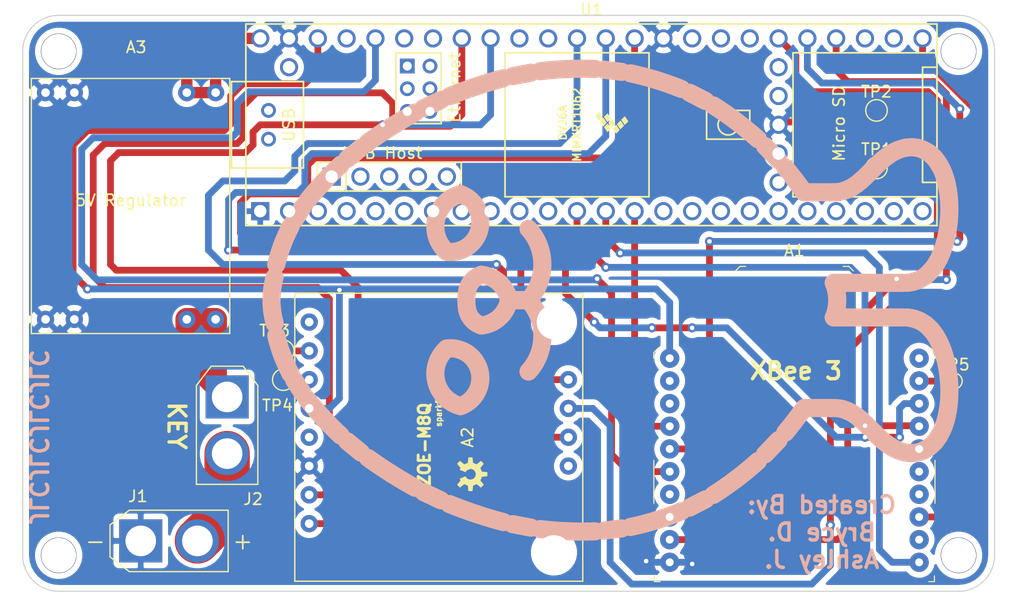
<source format=kicad_pcb>
(kicad_pcb (version 20211014) (generator pcbnew)
  (layers (0 "F.Cu" signal) (31 "B.Cu" signal) (34 "B.Paste" user) (35 "F.Paste" user) (36 "B.SilkS" user "B.Silkscreen") (37 "F.SilkS" user "F.Silkscreen") (38 "B.Mask" user) (39 "F.Mask" user) (44 "Edge.Cuts" user))
  (net 0 "")
  (net 1 "Net-(A1-Pad19)")
  (net 2 "Net-(A1-Pad18)")
  (net 3 "Net-(A1-Pad17)")
  (net 4 "GND")
  (net 5 "Net-(A1-Pad9)")
  (net 6 "Net-(A1-Pad6)")
  (net 7 "Net-(A1-Pad5)")
  (net 8 "Net-(A1-Pad4)")
  (net 9 "Net-(A1-Pad1)")
  (net 10 "Net-(A3-Pad2)")
  (net 11 "+5V")
  (net 12 "Net-(J1-Pad2)")
  (net 13 "Net-(TP1-Pad1)")
  (net 14 "Net-(A1-Pad13)")
  (net 15 "Net-(A2-Pad2)")
  (net 16 "Net-(A2-Pad3)")
  (net 17 "Net-(A2-Pad10)")
  (net 18 "Net-(A2-Pad9)")
  (net 19 "Net-(A2-Pad11)")
  (net 20 "Net-(A2-Pad8)")
  (net 21 "Net-(A2-Pad7)")
  (net 22 "MOSI")
  (footprint "Connector_AMASS:AMASS_XT30U-M_1x02_P5.0mm_Vertical" (layer "F.Cu") (at 121.539 106.68)
    (fp_text reference "J1")
    (fp_text value "XT30-M")
  )
  (footprint "Connector_AMASS:AMASS_XT30U-M_1x02_P5.0mm_Vertical" (layer "F.Cu") (at 129.159 93.98 -90)
    (fp_text reference "J2")
    (fp_text value "XT30-M")
  )
  (footprint "GPS Board:Teensy41" (layer "F.Cu") (at 161.29 69.977)
    (fp_text reference "U1")
    (fp_text value "Teensy4.1")
  )
  (footprint "GPS Board:XBEE-20_THT" (layer "F.Cu") (at 179.197 99.568)
    (fp_text reference "A1")
    (fp_text value "XBee-3-Pro")
  )
  (footprint "GPS Board:EBOOT-MP1584EN-5N-POWER-SUPPLY" (layer "F.Cu") (at 112.141 88.138)
    (fp_text reference "A3")
    (fp_text value "Eboot-MP1584EN-5V-Power-Supply")
  )
  (footprint "TestPoint:TestPoint_Pad_D1.0mm" (layer "F.Cu") (at 193.294 92.583)
    (fp_text reference "TP5")
    (fp_text value "TestPoint")
  )
  (footprint "TestPoint:TestPoint_Pad_D1.5mm" (layer "F.Cu") (at 134.112 89.916)
    (fp_text reference "TP3")
    (fp_text value "TestPoint")
  )
  (footprint "TestPoint:TestPoint_Pad_D1.5mm" (layer "F.Cu") (at 134.112 92.456)
    (fp_text reference "TP4")
    (fp_text value "TestPoint")
  )
  (footprint "TestPoint:TestPoint_Pad_D1.5mm" (layer "F.Cu") (at 186.436 73.787)
    (fp_text reference "TP1")
    (fp_text value "TestPoint")
  )
  (footprint "TestPoint:TestPoint_Pad_D1.5mm" (layer "F.Cu") (at 186.436 68.707)
    (fp_text reference "TP2")
    (fp_text value "TestPoint")
  )
  (footprint "GPS Board:Sparkfun-GPS-ZOE-M8Q-Breakout" (layer "F.Cu") (at 147.828 97.536 -90)
    (fp_text reference "A2")
    (fp_text value "Sparkfun-GPS-Breakout")
  )
  (gr_curve (pts (xy 188.045631 72.331412) (xy 188.197722 72.262017) (xy 188.197722 72.262017) (xy 188.349813 72.192621)) (layer "B.SilkS") (width 1.6))
  (gr_curve (pts (xy 190.594399 72.193965) (xy 190.749142 72.265182) (xy 190.900616 72.350248) (xy 191.047973 72.449341)) (layer "B.SilkS") (width 1.6))
  (gr_curve (pts (xy 183.54352 75.803695) (xy 183.664529 75.764746) (xy 183.784351 75.719402) (xy 183.903044 75.667766)) (layer "B.SilkS") (width 1.6))
  (gr_curve (pts (xy 192.724929 75.688812) (xy 192.768581 75.946376) (xy 192.803527 76.210212) (xy 192.829772 76.47902)) (layer "B.SilkS") (width 1.6))
  (gr_curve (pts (xy 192.819278 78.406879) (xy 192.795576 78.681867) (xy 192.763954 78.954887) (xy 192.72463 79.224586)) (layer "B.SilkS") (width 1.6))
  (gr_curve (pts (xy 192.341892 74.251116) (xy 192.420023 74.476206) (xy 192.420023 74.476206) (xy 192.498154 74.701296)) (layer "B.SilkS") (width 1.6))
  (gr_curve (pts (xy 186.674815 73.333463) (xy 186.802079 73.219313) (xy 186.802079 73.219313) (xy 186.929342 73.105163)) (layer "B.SilkS") (width 1.6))
  (gr_curve (pts (xy 188.50479 72.131722) (xy 188.662358 72.080225) (xy 188.822016 72.038965) (xy 188.983137 72.008678)) (layer "B.SilkS") (width 1.6))
  (gr_curve (pts (xy 185.052612 74.913886) (xy 185.164965 74.816866) (xy 185.277053 74.715173) (xy 185.389133 74.609297)) (layer "B.SilkS") (width 1.6))
  (gr_curve (pts (xy 185.841436 74.160311) (xy 185.956229 74.043176) (xy 186.072453 73.924822) (xy 186.190478 73.806166)) (layer "B.SilkS") (width 1.6))
  (gr_curve (pts (xy 186.190478 73.806166) (xy 186.308502 73.68751) (xy 186.428326 73.568552) (xy 186.550317 73.450209)) (layer "B.SilkS") (width 1.6))
  (gr_curve (pts (xy 188.983137 72.008678) (xy 189.144257 71.978391) (xy 189.306839 71.959076) (xy 189.470252 71.951466)) (layer "B.SilkS") (width 1.6))
  (gr_curve (pts (xy 183.903044 75.667766) (xy 184.021737 75.616129) (xy 184.139301 75.558201) (xy 184.255796 75.494083)) (layer "B.SilkS") (width 1.6))
  (gr_curve (pts (xy 191.947566 73.45901) (xy 192.057779 73.639029) (xy 192.160521 73.831541) (xy 192.255327 74.035874)) (layer "B.SilkS") (width 1.6))
  (gr_curve (pts (xy 189.633734 71.956192) (xy 189.796473 71.973745) (xy 189.796473 71.973745) (xy 189.959212 71.991299)) (layer "B.SilkS") (width 1.6))
  (gr_curve (pts (xy 190.121206 72.021679) (xy 190.281643 72.065378) (xy 190.439656 72.122747) (xy 190.594399 72.193965)) (layer "B.SilkS") (width 1.6))
  (gr_curve (pts (xy 192.56785 74.936233) (xy 192.628918 75.179955) (xy 192.681276 75.431248) (xy 192.724929 75.688812)) (layer "B.SilkS") (width 1.6))
  (gr_curve (pts (xy 184.714507 75.190444) (xy 184.827642 75.103256) (xy 184.940259 75.010907) (xy 185.052612 74.913886)) (layer "B.SilkS") (width 1.6))
  (gr_curve (pts (xy 192.847403 76.751416) (xy 192.856561 77.026002) (xy 192.856561 77.026002) (xy 192.86572 77.300588)) (layer "B.SilkS") (width 1.6))
  (gr_curve (pts (xy 192.866406 77.577365) (xy 192.858761 77.854936) (xy 192.842979 78.131891) (xy 192.819278 78.406879)) (layer "B.SilkS") (width 1.6))
  (gr_curve (pts (xy 182.668214 75.927936) (xy 182.796618 75.927729) (xy 182.923782 75.921059) (xy 183.049705 75.907927)) (layer "B.SilkS") (width 1.6))
  (gr_curve (pts (xy 185.501531 74.499865) (xy 185.614607 74.387619) (xy 185.614607 74.387619) (xy 185.727682 74.275372)) (layer "B.SilkS") (width 1.6))
  (gr_curve (pts (xy 184.371314 75.423941) (xy 184.485991 75.348031) (xy 184.485991 75.348031) (xy 184.600669 75.272121)) (layer "B.SilkS") (width 1.6))
  (gr_curve (pts (xy 180.065223 75.927936) (xy 179.520012 75.172088) (xy 178.960726 74.44844) (xy 178.387364 73.756992)) (layer "B.SilkS") (width 1.6))
  (gr_curve (pts (xy 191.190388 72.562466) (xy 191.327138 72.689407) (xy 191.327138 72.689407) (xy 191.463887 72.816349)) (layer "B.SilkS") (width 1.6))
  (gr_curve (pts (xy 191.594971 72.957106) (xy 191.719666 73.111466) (xy 191.837352 73.278991) (xy 191.947566 73.45901)) (layer "B.SilkS") (width 1.6))
  (gr_line (start 180.065223 75.927936) (end 182.668214 75.927936) (layer "B.SilkS") (width 1.6))
  (gr_curve (pts (xy 183.174387 75.888323) (xy 183.297841 75.862265) (xy 183.297841 75.862265) (xy 183.421294 75.836207)) (layer "B.SilkS") (width 1.6))
  (gr_curve (pts (xy 187.059371 72.99361) (xy 187.192424 72.885654) (xy 187.328679 72.782319) (xy 187.468175 72.684602)) (layer "B.SilkS") (width 1.6))
  (gr_curve (pts (xy 187.468175 72.684602) (xy 187.607671 72.586885) (xy 187.750409 72.494786) (xy 187.896428 72.409304)) (layer "B.SilkS") (width 1.6))
  (gr_curve (pts (xy 134.754933 91.941341) (xy 134.466248 91.380974) (xy 134.216034 90.820294) (xy 134.005162 90.26009)) (layer "B.SilkS") (width 1.6))
  (gr_curve (pts (xy 137.592767 75.092308) (xy 137.097728 75.628746) (xy 136.633413 76.172447) (xy 136.201675 76.721774)) (layer "B.SilkS") (width 1.6))
  (gr_curve (pts (xy 186.674815 97.554353) (xy 186.802079 97.668503) (xy 186.802079 97.668503) (xy 186.929342 97.782653)) (layer "B.SilkS") (width 1.6))
  (gr_curve (pts (xy 192.866406 93.310451) (xy 192.858761 93.03288) (xy 192.842979 92.755925) (xy 192.819278 92.480937)) (layer "B.SilkS") (width 1.6))
  (gr_curve (pts (xy 192.724929 95.199004) (xy 192.768581 94.94144) (xy 192.803527 94.677604) (xy 192.829772 94.408796)) (layer "B.SilkS") (width 1.6))
  (gr_curve (pts (xy 192.283823 89.911148) (xy 192.202269 89.681401) (xy 192.11415 89.460482) (xy 192.019662 89.249235)) (layer "B.SilkS") (width 1.6))
  (gr_curve (pts (xy 192.50859 80.261779) (xy 192.440364 80.508343) (xy 192.365376 80.74692) (xy 192.283823 80.976668)) (layer "B.SilkS") (width 1.6))
  (gr_curve (pts (xy 191.918967 81.839508) (xy 191.812204 82.029611) (xy 191.812204 82.029611) (xy 191.70544 82.219714)) (layer "B.SilkS") (width 1.6))
  (gr_curve (pts (xy 191.218938 88.020293) (xy 191.088619 87.875976) (xy 190.952567 87.743604) (xy 190.81087 87.623434)) (layer "B.SilkS") (width 1.6))
  (gr_curve (pts (xy 155.959773 105.511914) (xy 155.150163 105.357013) (xy 155.150163 105.357013) (xy 154.340554 105.202112)) (layer "B.SilkS") (width 1.6))
  (gr_curve (pts (xy 151.132476 104.302851) (xy 150.338587 104.038305) (xy 149.551357 103.748065) (xy 148.772666 103.433349)) (layer "B.SilkS") (width 1.6))
  (gr_curve (pts (xy 184.714507 95.697372) (xy 184.827642 95.78456) (xy 184.940259 95.876909) (xy 185.052612 95.97393)) (layer "B.SilkS") (width 1.6))
  (gr_curve (pts (xy 175.98252 99.637967) (xy 175.353769 100.199854) (xy 174.711559 100.729066) (xy 174.056215 101.225431)) (layer "B.SilkS") (width 1.6))
  (gr_curve (pts (xy 187.059371 97.894206) (xy 187.192424 98.002162) (xy 187.328679 98.105497) (xy 187.468175 98.203214)) (layer "B.SilkS") (width 1.6))
  (gr_curve (pts (xy 185.052612 95.97393) (xy 185.164965 96.07095) (xy 185.277053 96.172643) (xy 185.389133 96.278519)) (layer "B.SilkS") (width 1.6))
  (gr_curve (pts (xy 184.371314 95.463875) (xy 184.485991 95.539785) (xy 184.485991 95.539785) (xy 184.600669 95.615695)) (layer "B.SilkS") (width 1.6))
  (gr_curve (pts (xy 145.749968 68.892973) (xy 145.02133 69.294708) (xy 144.309274 69.715315) (xy 143.61587 70.153216)) (layer "B.SilkS") (width 1.6))
  (gr_curve (pts (xy 190.594399 98.693851) (xy 190.749142 98.622634) (xy 190.900616 98.537568) (xy 191.047973 98.438475)) (layer "B.SilkS") (width 1.6))
  (gr_arc (start 155.744215 85.443908) (mid 156.964519 88.593508) (end 155.744215 91.743108) (layer "B.SilkS") (width 1.6))
  (gr_curve (pts (xy 169.228924 66.816204) (xy 168.500176 66.519076) (xy 167.760731 66.255522) (xy 167.011363 66.02553)) (layer "B.SilkS") (width 1.6))
  (gr_curve (pts (xy 192.677846 79.489668) (xy 192.623836 79.748967) (xy 192.623836 79.748967) (xy 192.569826 80.008265)) (layer "B.SilkS") (width 1.6))
  (gr_line (start 155.744215 85.443908) (end 154.017015 85.443908) (layer "B.SilkS") (width 1.6))
  (gr_curve (pts (xy 182.668214 94.95988) (xy 182.796618 94.960087) (xy 182.923782 94.966757) (xy 183.049705 94.979889)) (layer "B.SilkS") (width 1.6))
  (gr_curve (pts (xy 183.174387 94.999493) (xy 183.297841 95.025551) (xy 183.297841 95.025551) (xy 183.421294 95.051609)) (layer "B.SilkS") (width 1.6))
  (gr_curve (pts (xy 177.8 73.097816) (xy 177.198789 72.47103) (xy 177.198789 72.47103) (xy 176.597578 71.844244)) (layer "B.SilkS") (width 1.6))
  (gr_curve (pts (xy 174.056215 101.225431) (xy 173.400871 101.721796) (xy 172.732393 102.185314) (xy 172.051106 102.615811)) (layer "B.SilkS") (width 1.6))
  (gr_arc (start 150.321049 84.683998) (mid 150.74179 83.769013) (end 151.578616 83.208708) (layer "B.SilkS") (width 1.6))
  (gr_curve (pts (xy 191.592608 82.398993) (xy 191.473843 82.566944) (xy 191.349257 82.723206) (xy 191.218938 82.867523)) (layer "B.SilkS") (width 1.6))
  (gr_curve (pts (xy 134.005162 80.627726) (xy 133.79429 81.18793) (xy 133.622761 81.747659) (xy 133.491446 82.306125)) (layer "B.SilkS") (width 1.6))
  (gr_curve (pts (xy 191.947566 97.428806) (xy 192.057779 97.248787) (xy 192.160521 97.056275) (xy 192.255327 96.851942)) (layer "B.SilkS") (width 1.6))
  (gr_curve (pts (xy 140.962473 98.885633) (xy 140.356103 98.388335) (xy 140.356103 98.388335) (xy 139.749734 97.891036)) (layer "B.SilkS") (width 1.6))
  (gr_curve (pts (xy 180.065223 94.95988) (xy 179.520012 95.715728) (xy 178.960726 96.439376) (xy 178.387364 97.130824)) (layer "B.SilkS") (width 1.6))
  (gr_curve (pts (xy 140.962473 72.002183) (xy 140.356103 72.499481) (xy 140.356103 72.499481) (xy 139.749734 72.99678)) (layer "B.SilkS") (width 1.6))
  (gr_curve (pts (xy 174.056215 69.662385) (xy 173.400871 69.16602) (xy 172.732393 68.702502) (xy 172.051106 68.272005)) (layer "B.SilkS") (width 1.6))
  (gr_curve (pts (xy 161.598995 65.050891) (xy 160.80197 65.020464) (xy 160.000153 65.022309) (xy 159.194961 65.055729)) (layer "B.SilkS") (width 1.6))
  (gr_curve (pts (xy 151.132476 66.584965) (xy 150.338587 66.849511) (xy 149.551357 67.139751) (xy 148.772666 67.454467)) (layer "B.SilkS") (width 1.6))
  (gr_curve (pts (xy 191.594971 97.93071) (xy 191.719666 97.77635) (xy 191.837352 97.608825) (xy 191.947566 97.428806)) (layer "B.SilkS") (width 1.6))
  (gr_arc (start 149.749815 94.791108) (mid 147.606735 92.619142) (end 148.530616 89.711106) (layer "B.SilkS") (width 1.6))
  (gr_curve (pts (xy 143.61587 70.153216) (xy 142.922467 70.591117) (xy 142.247716 71.046313) (xy 141.59369 71.517225)) (layer "B.SilkS") (width 1.6))
  (gr_curve (pts (xy 159.194961 65.055729) (xy 158.389769 65.089149) (xy 157.581203 65.154145) (xy 156.77068 65.250019)) (layer "B.SilkS") (width 1.6))
  (gr_arc (start 182.668214 83.919909) (mid 182.973014 85.443909) (end 182.668213 86.967909) (layer "B.SilkS") (width 1.6))
  (gr_arc (start 154.017015 85.443908) (mid 153.170852 86.968458) (end 151.578615 87.679108) (layer "B.SilkS") (width 1.6))
  (gr_curve (pts (xy 192.847403 94.1364) (xy 192.856561 93.861814) (xy 192.856561 93.861814) (xy 192.86572 93.587228)) (layer "B.SilkS") (width 1.6))
  (gr_curve (pts (xy 163.957598 65.306778) (xy 163.173779 65.210445) (xy 163.173779 65.210445) (xy 162.38996 65.114111)) (layer "B.SilkS") (width 1.6))
  (gr_curve (pts (xy 145.749968 101.994843) (xy 145.02133 101.593108) (xy 144.309274 101.172501) (xy 143.61587 100.7346)) (layer "B.SilkS") (width 1.6))
  (gr_curve (pts (xy 137.592767 95.795508) (xy 137.097728 95.25907) (xy 136.633413 94.715369) (xy 136.201675 94.166042)) (layer "B.SilkS") (width 1.6))
  (gr_curve (pts (xy 190.121206 98.866137) (xy 190.281643 98.822438) (xy 190.439656 98.765069) (xy 190.594399 98.693851)) (layer "B.SilkS") (width 1.6))
  (gr_curve (pts (xy 171.357426 103.013103) (xy 170.65188 103.377053) (xy 170.65188 103.377053) (xy 169.946335 103.741004)) (layer "B.SilkS") (width 1.6))
  (gr_arc (start 133.350985 87.469916) (mid 133.072863 85.443908) (end 133.350985 83.417899) (layer "B.SilkS") (width 1.6))
  (gr_curve (pts (xy 153.532243 65.869622) (xy 152.726915 66.081565) (xy 151.926366 66.320418) (xy 151.132476 66.584965)) (layer "B.SilkS") (width 1.6))
  (gr_curve (pts (xy 191.190388 98.32535) (xy 191.327138 98.198409) (xy 191.327138 98.198409) (xy 191.463887 98.071467)) (layer "B.SilkS") (width 1.6))
  (gr_curve (pts (xy 185.501531 96.387951) (xy 185.614607 96.500197) (xy 185.614607 96.500197) (xy 185.727682 96.612444)) (layer "B.SilkS") (width 1.6))
  (gr_curve (pts (xy 177.8 97.79) (xy 177.198789 98.416786) (xy 177.198789 98.416786) (xy 176.597578 99.043572)) (layer "B.SilkS") (width 1.6))
  (gr_arc (start 149.749815 76.096708) (mid 151.420421 79.183957) (end 148.530616 81.176709) (layer "B.SilkS") (width 1.6))
  (gr_curve (pts (xy 192.50859 90.626037) (xy 192.440364 90.379473) (xy 192.365376 90.140896) (xy 192.283823 89.911148)) (layer "B.SilkS") (width 1.6))
  (gr_curve (pts (xy 190.663594 83.372197) (xy 190.510788 83.467568) (xy 190.510788 83.467568) (xy 190.357982 83.562939)) (layer "B.SilkS") (width 1.6))
  (gr_curve (pts (xy 167.011363 66.02553) (xy 166.261996 65.795537) (xy 165.502706 65.599106) (xy 164.73427 65.436226)) (layer "B.SilkS") (width 1.6))
  (gr_curve (pts (xy 155.959773 65.375902) (xy 155.150163 65.530803) (xy 155.150163 65.530803) (xy 154.340554 65.685704)) (layer "B.SilkS") (width 1.6))
  (gr_curve (pts (xy 190.199646 83.645864) (xy 190.035829 83.716254) (xy 189.866562 83.774079) (xy 189.691865 83.819333)) (layer "B.SilkS") (width 1.6))
  (gr_curve (pts (xy 139.168211 97.381397) (xy 138.613572 96.861122) (xy 138.087807 96.331946) (xy 137.592767 95.795508)) (layer "B.SilkS") (width 1.6))
  (gr_curve (pts (xy 191.592608 88.488823) (xy 191.473843 88.320872) (xy 191.349257 88.16461) (xy 191.218938 88.020293)) (layer "B.SilkS") (width 1.6))
  (gr_curve (pts (xy 190.199646 87.241952) (xy 190.035829 87.171562) (xy 189.866562 87.113737) (xy 189.691865 87.068483)) (layer "B.SilkS") (width 1.6))
  (gr_curve (pts (xy 171.357426 67.874713) (xy 170.65188 67.510763) (xy 170.65188 67.510763) (xy 169.946335 67.146812)) (layer "B.SilkS") (width 1.6))
  (gr_curve (pts (xy 191.918967 89.048308) (xy 191.812204 88.858205) (xy 191.812204 88.858205) (xy 191.70544 88.668102)) (layer "B.SilkS") (width 1.6))
  (gr_arc (start 151.578615 83.208708) (mid 153.170852 83.919358) (end 154.017015 85.443908) (layer "B.SilkS") (width 1.6))
  (gr_line (start 188.764214 86.967907) (end 182.668214 86.967907) (layer "B.SilkS") (width 1.6))
  (gr_curve (pts (xy 139.168211 73.506419) (xy 138.613572 74.026694) (xy 138.087807 74.55587) (xy 137.592767 75.092308)) (layer "B.SilkS") (width 1.6))
  (gr_curve (pts (xy 135.804227 93.612627) (xy 135.442541 93.056451) (xy 135.442541 93.056451) (xy 135.080856 92.500276)) (layer "B.SilkS") (width 1.6))
  (gr_curve (pts (xy 167.011363 104.862286) (xy 166.261996 105.092279) (xy 165.502706 105.28871) (xy 164.73427 105.45159)) (layer "B.SilkS") (width 1.6))
  (gr_curve (pts (xy 192.283823 80.976668) (xy 192.202269 81.206415) (xy 192.11415 81.427334) (xy 192.019662 81.638581)) (layer "B.SilkS") (width 1.6))
  (gr_curve (pts (xy 161.598995 105.836925) (xy 160.80197 105.867352) (xy 160.000153 105.865507) (xy 159.194961 105.832087)) (layer "B.SilkS") (width 1.6))
  (gr_curve (pts (xy 192.341892 96.6367) (xy 192.420023 96.41161) (xy 192.420023 96.41161) (xy 192.498154 96.18652)) (layer "B.SilkS") (width 1.6))
  (gr_curve (pts (xy 192.677846 91.398148) (xy 192.623836 91.138849) (xy 192.623836 91.138849) (xy 192.569826 90.879551)) (layer "B.SilkS") (width 1.6))
  (gr_arc (start 148.530615 81.176708) (mid 147.606737 78.268673) (end 149.749817 76.096709) (layer "B.SilkS") (width 1.6))
  (gr_curve (pts (xy 183.54352 95.084121) (xy 183.664529 95.12307) (xy 183.784351 95.168414) (xy 183.903044 95.22005)) (layer "B.SilkS") (width 1.6))
  (gr_curve (pts (xy 186.190478 97.08165) (xy 186.308502 97.200306) (xy 186.428326 97.319264) (xy 186.550317 97.437607)) (layer "B.SilkS") (width 1.6))
  (gr_curve (pts (xy 169.228924 104.071612) (xy 168.500176 104.36874) (xy 167.760731 104.632294) (xy 167.011363 104.862286)) (layer "B.SilkS") (width 1.6))
  (gr_curve (pts (xy 189.691865 87.068483) (xy 189.517168 87.023229) (xy 189.337041 86.990545) (xy 189.151502 86.970439)) (layer "B.SilkS") (width 1.6))
  (gr_arc (start 148.530615 89.711108) (mid 151.42042 91.703857) (end 149.749816 94.791106) (layer "B.SilkS") (width 1.6))
  (gr_arc (start 150.322855 86.21507) (mid 150.260166 85.449606) (end 150.321049 84.683997) (layer "B.SilkS") (width 1.6))
  (gr_curve (pts (xy 163.957598 105.581038) (xy 163.173779 105.677371) (xy 163.173779 105.677371) (xy 162.38996 105.773705)) (layer "B.SilkS") (width 1.6))
  (gr_curve (pts (xy 185.841436 96.727505) (xy 185.956229 96.84464) (xy 186.072453 96.962994) (xy 186.190478 97.08165)) (layer "B.SilkS") (width 1.6))
  (gr_line (start 154.017015 85.443908) (end 155.744215 85.443908) (layer "B.SilkS") (width 1.6))
  (gr_curve (pts (xy 183.903044 95.22005) (xy 184.021737 95.271687) (xy 184.139301 95.329615) (xy 184.255796 95.393733)) (layer "B.SilkS") (width 1.6))
  (gr_curve (pts (xy 153.532243 105.018194) (xy 152.726915 104.806251) (xy 151.926366 104.567398) (xy 151.132476 104.302851)) (layer "B.SilkS") (width 1.6))
  (gr_curve (pts (xy 135.804227 77.275189) (xy 135.442541 77.831365) (xy 135.442541 77.831365) (xy 135.080856 78.38754)) (layer "B.SilkS") (width 1.6))
  (gr_curve (pts (xy 175.98252 71.249849) (xy 175.353769 70.687962) (xy 174.711559 70.15875) (xy 174.056215 69.662385)) (layer "B.SilkS") (width 1.6))
  (gr_line (start 180.065223 94.95988) (end 182.668214 94.95988) (layer "B.SilkS") (width 1.6))
  (gr_line (start 188.764214 83.919909) (end 182.668214 83.919909) (layer "B.SilkS") (width 1.6))
  (gr_curve (pts (xy 159.194961 105.832087) (xy 158.389769 105.798667) (xy 157.581203 105.733671) (xy 156.77068 105.637797)) (layer "B.SilkS") (width 1.6))
  (gr_curve (pts (xy 148.004478 67.792338) (xy 147.248804 68.151965) (xy 147.248804 68.151965) (xy 146.493129 68.511591)) (layer "B.SilkS") (width 1.6))
  (gr_curve (pts (xy 187.468175 98.203214) (xy 187.607671 98.300931) (xy 187.750409 98.39303) (xy 187.896428 98.478512)) (layer "B.SilkS") (width 1.6))
  (gr_curve (pts (xy 190.663594 87.515619) (xy 190.510788 87.420248) (xy 190.510788 87.420248) (xy 190.357982 87.324877)) (layer "B.SilkS") (width 1.6))
  (gr_curve (pts (xy 192.56785 95.951583) (xy 192.628918 95.707861) (xy 192.681276 95.456568) (xy 192.724929 95.199004)) (layer "B.SilkS") (width 1.6))
  (gr_curve (pts (xy 143.61587 100.7346) (xy 142.922467 100.296699) (xy 142.247716 99.841503) (xy 141.59369 99.370591)) (layer "B.SilkS") (width 1.6))
  (gr_arc (start 151.578615 87.679108) (mid 150.745492 87.123133) (end 150.322855 86.215069) (layer "B.SilkS") (width 1.6))
  (gr_curve (pts (xy 188.983137 98.879138) (xy 189.144257 98.909425) (xy 189.306839 98.92874) (xy 189.470252 98.93635)) (layer "B.SilkS") (width 1.6))
  (gr_curve (pts (xy 148.004478 103.095478) (xy 147.248804 102.735851) (xy 147.248804 102.735851) (xy 146.493129 102.376225)) (layer "B.SilkS") (width 1.6))
  (gr_arc (start 155.744215 79.144708) (mid 156.964519 82.294308) (end 155.744215 85.443908) (layer "B.SilkS") (width 1.6))
  (gr_curve (pts (xy 191.218938 82.867523) (xy 191.088619 83.01184) (xy 190.952567 83.144212) (xy 190.81087 83.264382)) (layer "B.SilkS") (width 1.6))
  (gr_curve (pts (xy 134.005162 90.26009) (xy 133.79429 89.699886) (xy 133.622761 89.140157) (xy 133.491446 88.581691)) (layer "B.SilkS") (width 1.6))
  (gr_curve (pts (xy 189.633734 98.931624) (xy 189.796473 98.914071) (xy 189.796473 98.914071) (xy 189.959212 98.896517)) (layer "B.SilkS") (width 1.6))
  (gr_curve (pts (xy 188.50479 98.756094) (xy 188.662358 98.807591) (xy 188.822016 98.848851) (xy 188.983137 98.879138)) (layer "B.SilkS") (width 1.6))
  (gr_curve (pts (xy 192.819278 92.480937) (xy 192.795576 92.205949) (xy 192.763954 91.932929) (xy 192.72463 91.66323)) (layer "B.SilkS") (width 1.6))
  (gr_curve (pts (xy 189.691865 83.819333) (xy 189.517168 83.864587) (xy 189.337041 83.897271) (xy 189.151502 83.917377)) (layer "B.SilkS") (width 1.6))
  (gr_curve (pts (xy 134.754933 78.946475) (xy 134.466248 79.506842) (xy 134.216034 80.067522) (xy 134.005162 80.627726)) (layer "B.SilkS") (width 1.6))
  (gr_curve (pts (xy 188.045631 98.556404) (xy 188.197722 98.625799) (xy 188.197722 98.625799) (xy 188.349813 98.695195)) (layer "B.SilkS") (width 1.6))
  (gr_circle (center 193.675 63.5) (end 195.175 63.5) (layer "Edge.Cuts") (width 0.1) (fill none))
  (gr_arc (start 111.125 63.5) (mid 112.054936 61.254936) (end 114.3 60.325) (layer "Edge.Cuts") (width 0.1))
  (gr_arc (start 196.85 107.949999) (mid 195.920064 110.195063) (end 193.675 111.124999) (layer "Edge.Cuts") (width 0.1))
  (gr_line (start 193.675 111.124999) (end 114.3 111.124999) (layer "Edge.Cuts") (width 0.1))
  (gr_circle (center 193.675 107.949999) (end 195.175 107.949999) (layer "Edge.Cuts") (width 0.1) (fill none))
  (gr_arc (start 193.674999 60.325) (mid 195.920063 61.254935) (end 196.85 63.499999) (layer "Edge.Cuts") (width 0.1))
  (gr_arc (start 114.300002 111.124999) (mid 112.054938 110.195064) (end 111.125001 107.95) (layer "Edge.Cuts") (width 0.1))
  (gr_circle (center 114.300001 107.949999) (end 115.800001 107.949999) (layer "Edge.Cuts") (width 0.1) (fill none))
  (gr_line (start 111.125001 107.95) (end 111.125001 63.499999) (layer "Edge.Cuts") (width 0.1))
  (gr_circle (center 114.3 63.499999) (end 115.8 63.499999) (layer "Edge.Cuts") (width 0.1) (fill none))
  (gr_line (start 114.3 60.325) (end 193.675 60.325) (layer "Edge.Cuts") (width 0.1))
  (gr_line (start 196.85 63.499999) (end 196.850001 107.95) (layer "Edge.Cuts") (width 0.1))
  (gr_text "Created By:\nBryce D.\nAshley J." (at 181.61 105.918) (layer "B.SilkS") (effects (font (size 1.5 1.5) (thickness 0.3)) (justify mirror)))
  (gr_text "JLCJLCJLCJLC" (at 112.522 97.536 270) (layer "B.SilkS") (effects (font (size 1.5 1.5) (thickness 0.3)) (justify mirror)))
  (gr_text "XBee 3" (at 179.324 91.694) (layer "F.SilkS") (effects (font (size 1.5 1.5) (thickness 0.3))))
  (gr_text "KEY" (at 124.714 96.52 270) (layer "F.SilkS") (effects (font (size 1.5 1.5) (thickness 0.3))))
  (via (at 114.3 63.5) (size 3.15) (drill 3) (layers "F.Cu" "B.Cu") (net 0))
  (via (at 193.675 63.5) (size 3.15) (drill 3) (layers "F.Cu" "B.Cu") (net 0))
  (via (at 193.675 107.95) (size 3.15) (drill 3) (layers "F.Cu" "B.Cu") (net 0))
  (via (at 114.3 107.95) (size 3.15) (drill 3) (layers "F.Cu" "B.Cu") (net 0))
  (segment (start 190.212 92.583) (end 190.197 92.568) (width 0.6) (layer "F.Cu") (net 1))
  (segment (start 193.294 92.583) (end 190.212 92.583) (width 0.6) (layer "F.Cu") (net 1))
  (segment (start 131.02599 80.22599) (end 158.45799 80.22599) (width 0.6) (layer "F.Cu") (net 2))
  (segment (start 162.306 72.898) (end 165.1 70.104) (width 0.6) (layer "F.Cu") (net 2))
  (segment (start 188.468 97.536) (end 185.42 97.536) (width 0.6) (layer "F.Cu") (net 2))
  (segment (start 158.45799 80.22599) (end 159.004 80.772) (width 0.6) (layer "F.Cu") (net 2))
  (segment (start 161.544 87.376) (end 159.004 84.836) (width 0.6) (layer "F.Cu") (net 2))
  (segment (start 136.271 73.533) (end 136.906 72.898) (width 0.6) (layer "F.Cu") (net 2))
  (segment (start 130.341998 76.835) (end 130.341998 79.541998) (width 0.6) (layer "F.Cu") (net 2))
  (segment (start 130.341998 76.835) (end 131.103998 76.073) (width 0.6) (layer "F.Cu") (net 2))
  (segment (start 135.763 76.073) (end 136.271 75.565) (width 0.6) (layer "F.Cu") (net 2))
  (segment (start 165.1 70.104) (end 165.1 62.357) (width 0.6) (layer "F.Cu") (net 2))
  (segment (start 130.341998 79.541998) (end 131.02599 80.22599) (width 0.6) (layer "F.Cu") (net 2))
  (segment (start 136.271 75.565) (end 136.271 73.533) (width 0.6) (layer "F.Cu") (net 2))
  (segment (start 159.004 84.836) (end 159.004 80.772) (width 0.6) (layer "F.Cu") (net 2))
  (segment (start 131.103998 76.073) (end 135.763 76.073) (width 0.6) (layer "F.Cu") (net 2))
  (segment (start 166.624 87.884) (end 170.18 87.884) (width 0.6) (layer "F.Cu") (net 2))
  (segment (start 136.906 72.898) (end 162.306 72.898) (width 0.6) (layer "F.Cu") (net 2))
  (via (at 161.544 87.376) (size 0.8) (drill 0.4) (layers "F.Cu" "B.Cu") (net 2))
  (via (at 185.42 97.536) (size 0.8) (drill 0.4) (layers "F.Cu" "B.Cu") (net 2))
  (via (at 188.468 97.536) (size 0.8) (drill 0.4) (layers "F.Cu" "B.Cu") (net 2))
  (via (at 170.18 87.884) (size 0.8) (drill 0.4) (layers "F.Cu" "B.Cu") (net 2))
  (via (at 166.624 87.884) (size 0.8) (drill 0.4) (layers "F.Cu" "B.Cu") (net 2))
  (segment (start 182.88 97.536) (end 173.228 87.884) (width 0.6) (layer "B.Cu") (net 2))
  (segment (start 188.896 94.568) (end 188.468 94.996) (width 0.6) (layer "B.Cu") (net 2))
  (segment (start 166.624 87.884) (end 162.052 87.884) (width 0.6) (layer "B.Cu") (net 2))
  (segment (start 188.468 94.996) (end 188.468 97.536) (width 0.6) (layer "B.Cu") (net 2))
  (segment (start 162.052 87.884) (end 161.544 87.376) (width 0.6) (layer "B.Cu") (net 2))
  (segment (start 173.228 87.884) (end 170.18 87.884) (width 0.6) (layer "B.Cu") (net 2))
  (segment (start 185.42 97.536) (end 182.88 97.536) (width 0.6) (layer "B.Cu") (net 2))
  (segment (start 190.197 94.568) (end 188.896 94.568) (width 0.6) (layer "B.Cu") (net 2))
  (segment (start 190.149 96.52) (end 190.197 96.568) (width 0.6) (layer "F.Cu") (net 3))
  (segment (start 160.02 77.597) (end 160.02 80.01) (width 0.6) (layer "F.Cu") (net 3))
  (segment (start 160.02 80.01) (end 162.56 82.55) (width 0.6) (layer "F.Cu") (net 3))
  (segment (start 185.42 96.52) (end 190.149 96.52) (width 0.6) (layer "F.Cu") (net 3))
  (via (at 185.42 96.52) (size 0.8) (drill 0.4) (layers "F.Cu" "B.Cu") (net 3))
  (via (at 162.56 82.55) (size 0.8) (drill 0.4) (layers "F.Cu" "B.Cu") (net 3))
  (segment (start 185.42 83.82) (end 185.42 96.52) (width 0.6) (layer "B.Cu") (net 3))
  (segment (start 184.15 82.55) (end 185.42 83.82) (width 0.6) (layer "B.Cu") (net 3))
  (segment (start 162.56 82.55) (end 184.15 82.55) (width 0.6) (layer "B.Cu") (net 3))
  (segment (start 185.42 69.723) (end 178.054 69.723) (width 0.6) (layer "F.Cu") (net 4))
  (segment (start 178.054 69.723) (end 177.8 69.977) (width 0.6) (layer "F.Cu") (net 4))
  (segment (start 186.436 68.707) (end 185.42 69.723) (width 0.6) (layer "F.Cu") (net 4))
  (segment (start 170.036 108.568) (end 170.18 108.712) (width 0.6) (layer "F.Cu") (net 4))
  (via (at 166.116 108.458) (size 0.8) (drill 0.4) (layers "F.Cu" "B.Cu") (net 4))
  (via (at 170.18 108.712) (size 0.8) (drill 0.4) (layers "F.Cu" "B.Cu") (net 4))
  (segment (start 168.197 108.568) (end 166.226 108.568) (width 0.6) (layer "B.Cu") (net 4))
  (segment (start 168.197 108.568) (end 170.036 108.568) (width 0.6) (layer "B.Cu") (net 4))
  (segment (start 165.718 108.568) (end 165.1 107.95) (width 0.6) (layer "B.Cu") (net 4))
  (segment (start 170.036 108.568) (end 170.18 108.712) (width 0.6) (layer "B.Cu") (net 4))
  (segment (start 166.226 108.568) (end 166.116 108.458) (width 0.6) (layer "B.Cu") (net 4))
  (segment (start 191.800001 82.011999) (end 183.896 89.916) (width 0.6) (layer "F.Cu") (net 5))
  (segment (start 179.324 63.881) (end 179.324 66.04) (width 0.6) (layer "F.Cu") (net 5))
  (segment (start 180.34 67.056) (end 191.008 67.056) (width 0.6) (layer "F.Cu") (net 5))
  (segment (start 191.800001 67.848001) (end 191.800001 82.011999) (width 0.6) (layer "F.Cu") (net 5))
  (segment (start 179.324 66.04) (end 180.34 67.056) (width 0.6) (layer "F.Cu") (net 5))
  (segment (start 183.896 105.664) (end 182.992 106.568) (width 0.6) (layer "F.Cu") (net 5))
  (segment (start 177.8 62.357) (end 179.324 63.881) (width 0.6) (layer "F.Cu") (net 5))
  (segment (start 182.992 106.568) (end 168.197 106.568) (width 0.6) (layer "F.Cu") (net 5))
  (segment (start 183.896 89.916) (end 183.896 105.664) (width 0.6) (layer "F.Cu") (net 5))
  (segment (start 191.008 67.056) (end 191.800001 67.848001) (width 0.6) (layer "F.Cu") (net 5))
  (segment (start 161.787 83.555) (end 163.068 84.836) (width 0.6) (layer "F.Cu") (net 6))
  (segment (start 163.068 99.06) (end 164.576 100.568) (width 0.6) (layer "F.Cu") (net 6))
  (segment (start 163.068 84.836) (end 163.068 99.06) (width 0.6) (layer "F.Cu") (net 6))
  (segment (start 164.576 100.568) (end 168.197 100.568) (width 0.6) (layer "F.Cu") (net 6))
  (via (at 161.787 83.555) (size 0.8) (drill 0.4) (layers "F.Cu" "B.Cu") (net 6))
  (segment (start 142.24 62.357) (end 142.24 66.04) (width 0.6) (layer "B.Cu") (net 6))
  (segment (start 116.332 82.296) (end 117.69099 83.65499) (width 0.6) (layer "B.Cu") (net 6))
  (segment (start 117.69099 83.65499) (end 161.68701 83.65499) (width 0.6) (layer "B.Cu") (net 6))
  (segment (start 116.332 72.136) (end 116.332 82.296) (width 0.6) (layer "B.Cu") (net 6))
  (segment (start 141.224 67.056) (end 131.064 67.056) (width 0.6) (layer "B.Cu") (net 6))
  (segment (start 131.064 67.056) (end 130.048 68.072) (width 0.6) (layer "B.Cu") (net 6))
  (segment (start 117.348 71.12) (end 116.332 72.136) (width 0.6) (layer "B.Cu") (net 6))
  (segment (start 129.54 71.12) (end 117.348 71.12) (width 0.6) (layer "B.Cu") (net 6))
  (segment (start 130.048 68.072) (end 130.048 70.612) (width 0.6) (layer "B.Cu") (net 6))
  (segment (start 142.24 66.04) (end 141.224 67.056) (width 0.6) (layer "B.Cu") (net 6))
  (segment (start 161.68701 83.65499) (end 161.787 83.555) (width 0.6) (layer "B.Cu") (net 6))
  (segment (start 130.048 70.612) (end 129.54 71.12) (width 0.6) (layer "B.Cu") (net 6))
  (segment (start 193.782774 68.563568) (end 193.782774 80.029226) (width 0.6) (layer "F.Cu") (net 7))
  (segment (start 171.704 97.536) (end 170.672 98.568) (width 0.6) (layer "F.Cu") (net 7))
  (segment (start 193.782774 80.029226) (end 193.548 80.264) (width 0.6) (layer "F.Cu") (net 7))
  (segment (start 171.704 80.264) (end 171.704 97.536) (width 0.6) (layer "F.Cu") (net 7))
  (segment (start 170.672 98.568) (end 168.197 98.568) (width 0.6) (layer "F.Cu") (net 7))
  (via (at 193.782774 68.563568) (size 0.8) (drill 0.4) (layers "F.Cu" "B.Cu") (net 7))
  (via (at 193.548 80.264) (size 0.8) (drill 0.4) (layers "F.Cu" "B.Cu") (net 7))
  (via (at 171.704 80.264) (size 0.8) (drill 0.4) (layers "F.Cu" "B.Cu") (net 7))
  (segment (start 181.61 66.294) (end 191.516 66.294) (width 0.6) (layer "B.Cu") (net 7))
  (segment (start 192.024 80.264) (end 171.704 80.264) (width 0.6) (layer "B.Cu") (net 7))
  (segment (start 180.34 62.357) (end 180.34 65.024) (width 0.6) (layer "B.Cu") (net 7))
  (segment (start 191.516 66.294) (end 191.516 66.296794) (width 0.6) (layer "B.Cu") (net 7))
  (segment (start 191.516 66.296794) (end 193.782774 68.563568) (width 0.6) (layer "B.Cu") (net 7))
  (segment (start 192.024 80.264) (end 193.548 80.264) (width 0.6) (layer "B.Cu") (net 7))
  (segment (start 180.34 65.024) (end 181.61 66.294) (width 0.6) (layer "B.Cu") (net 7))
  (segment (start 166.418 96.568) (end 168.197 96.568) (width 0.6) (layer "F.Cu") (net 8))
  (segment (start 165.1 95.25) (end 166.418 96.568) (width 0.6) (layer "F.Cu") (net 8))
  (segment (start 165.1 77.597) (end 165.1 95.25) (width 0.6) (layer "F.Cu") (net 8))
  (segment (start 137.16 62.357) (end 137.16 65.2145) (width 0.6) (layer "F.Cu") (net 9))
  (segment (start 136.017 66.3575) (end 130.556 66.3575) (width 0.6) (layer "F.Cu") (net 9))
  (segment (start 129.4765 69.9135) (end 128.905 70.485) (width 0.6) (layer "F.Cu") (net 9))
  (segment (start 115.57 83.185) (end 116.84 84.455) (width 0.6) (layer "F.Cu") (net 9))
  (segment (start 115.57 71.755) (end 115.57 83.185) (width 0.6) (layer "F.Cu") (net 9))
  (segment (start 116.84 70.485) (end 115.57 71.755) (width 0.6) (layer "F.Cu") (net 9))
  (segment (start 137.16 65.2145) (end 136.017 66.3575) (width 0.6) (layer "F.Cu") (net 9))
  (segment (start 129.4765 67.437) (end 129.4765 69.9135) (width 0.6) (layer "F.Cu") (net 9))
  (segment (start 130.556 66.3575) (end 129.4765 67.437) (width 0.6) (layer "F.Cu") (net 9))
  (segment (start 128.905 70.485) (end 116.84 70.485) (width 0.6) (layer "F.Cu") (net 9))
  (via (at 116.84 84.455) (size 0.8) (drill 0.4) (layers "F.Cu" "B.Cu") (net 9))
  (via (at 139.065 84.55499) (size 0.8) (drill 0.4) (layers "F.Cu" "B.Cu") (net 9))
  (segment (start 167.005 84.455) (end 168.197 85.647) (width 0.6) (layer "B.Cu") (net 9))
  (segment (start 116.84 84.455) (end 167.005 84.455) (width 0.6) (layer "B.Cu") (net 9))
  (segment (start 168.197 85.647) (end 168.197 90.568) (width 0.6) (layer "B.Cu") (net 9))
  (segment (start 136.398 94.996) (end 138.176 94.996) (width 0.6) (layer "B.Cu") (net 9))
  (segment (start 138.176 94.996) (end 139.065 94.107) (width 0.6) (layer "B.Cu") (net 9))
  (segment (start 139.065 94.107) (end 139.065 84.55499) (width 0.6) (layer "B.Cu") (net 9))
  (segment (start 125.601 87.138) (end 125.601 90.422) (width 2) (layer "F.Cu") (net 10))
  (segment (start 125.601 90.422) (end 129.159 93.98) (width 2) (layer "F.Cu") (net 10))
  (segment (start 128.141 87.138) (end 128.141 92.962) (width 2) (layer "F.Cu") (net 10))
  (segment (start 125.601 87.138) (end 128.141 87.138) (width 2) (layer "F.Cu") (net 10))
  (segment (start 128.141 92.962) (end 129.159 93.98) (width 2) (layer "F.Cu") (net 10))
  (segment (start 128.141 62.994) (end 128.778 62.357) (width 1) (layer "F.Cu") (net 11))
  (segment (start 128.141 67.138) (end 128.141 62.994) (width 1) (layer "F.Cu") (net 11))
  (segment (start 125.601 67.138) (end 128.141 67.138) (width 1) (layer "F.Cu") (net 11))
  (segment (start 125.601 67.138) (end 125.601 65.534) (width 1) (layer "F.Cu") (net 11))
  (segment (start 125.601 65.534) (end 128.778 62.357) (width 1) (layer "F.Cu") (net 11))
  (segment (start 128.778 62.357) (end 132.08 62.357) (width 1) (layer "F.Cu") (net 11))
  (segment (start 129.159 104.06) (end 126.539 106.68) (width 4) (layer "F.Cu") (net 12))
  (segment (start 129.159 98.98) (end 129.159 104.06) (width 4) (layer "F.Cu") (net 12))
  (segment (start 178.054 74.803) (end 177.8 75.057) (width 0.6) (layer "F.Cu") (net 13))
  (segment (start 186.436 73.787) (end 185.42 74.803) (width 0.6) (layer "F.Cu") (net 13))
  (segment (start 185.42 74.803) (end 178.054 74.803) (width 0.6) (layer "F.Cu") (net 13))
  (segment (start 190.5 62.357) (end 190.5 64.008) (width 0.6) (layer "F.Cu") (net 14))
  (segment (start 195.072 103.632) (end 194.136 104.568) (width 0.6) (layer "F.Cu") (net 14))
  (segment (start 190.5 64.008) (end 195.072 68.58) (width 0.6) (layer "F.Cu") (net 14))
  (segment (start 195.072 68.58) (end 195.072 103.632) (width 0.6) (layer "F.Cu") (net 14))
  (segment (start 194.136 104.568) (end 190.197 104.568) (width 0.6) (layer "F.Cu") (net 14))
  (segment (start 134.112 89.916) (end 136.398 89.916) (width 0.6) (layer "F.Cu") (net 15))
  (segment (start 134.112 92.456) (end 136.398 92.456) (width 0.6) (layer "F.Cu") (net 16))
  (segment (start 182.372 89.408) (end 182.372 105.283) (width 0.6) (layer "F.Cu") (net 17))
  (segment (start 188.214 83.566) (end 182.372 89.408) (width 0.6) (layer "F.Cu") (net 17))
  (segment (start 192.600011 67.239395) (end 192.600011 83.634011) (width 0.6) (layer "F.Cu") (net 17))
  (segment (start 182.88 62.357) (end 182.88 65.151) (width 0.6) (layer "F.Cu") (net 17))
  (segment (start 183.896 66.167) (end 191.527616 66.167) (width 0.6) (layer "F.Cu") (net 17))
  (segment (start 191.527616 66.167) (end 192.600011 67.239395) (width 0.6) (layer "F.Cu") (net 17))
  (segment (start 182.88 65.151) (end 183.896 66.167) (width 0.6) (layer "F.Cu") (net 17))
  (via (at 188.214 83.566) (size 0.8) (drill 0.4) (layers "F.Cu" "B.Cu") (net 17))
  (via (at 192.600011 83.634011) (size 0.8) (drill 0.4) (layers "F.Cu" "B.Cu") (net 17))
  (via (at 182.372 105.283) (size 0.8) (drill 0.4) (layers "F.Cu" "B.Cu") (net 17))
  (segment (start 164.846 110.49) (end 162.941 108.585) (width 0.6) (layer "B.Cu") (net 17))
  (segment (start 188.282011 83.634011) (end 188.214 83.566) (width 0.6) (layer "B.Cu") (net 17))
  (segment (start 162.941 108.585) (end 162.941 96.52) (width 0.6) (layer "B.Cu") (net 17))
  (segment (start 182.372 105.283) (end 182.372 108.839) (width 0.6) (layer "B.Cu") (net 17))
  (segment (start 180.721 110.49) (end 164.846 110.49) (width 0.6) (layer "B.Cu") (net 17))
  (segment (start 161.417 94.996) (end 159.258 94.996) (width 0.6) (layer "B.Cu") (net 17))
  (segment (start 192.600011 83.634011) (end 188.282011 83.634011) (width 0.6) (layer "B.Cu") (net 17))
  (segment (start 162.941 96.52) (end 161.417 94.996) (width 0.6) (layer "B.Cu") (net 17))
  (segment (start 182.372 108.839) (end 180.721 110.49) (width 0.6) (layer "B.Cu") (net 17))
  (segment (start 159.258 92.456) (end 156.337 92.456) (width 0.6) (layer "F.Cu") (net 18))
  (segment (start 155.067 82.423) (end 153.67 81.026) (width 0.6) (layer "F.Cu") (net 18))
  (segment (start 155.067 91.186) (end 155.067 82.423) (width 0.6) (layer "F.Cu") (net 18))
  (segment (start 153.67 81.026) (end 129.286 81.026) (width 0.6) (layer "F.Cu") (net 18))
  (segment (start 156.337 92.456) (end 155.067 91.186) (width 0.6) (layer "F.Cu") (net 18))
  (via (at 129.286 81.026) (size 0.8) (drill 0.4) (layers "F.Cu" "B.Cu") (net 18))
  (segment (start 162.56 70.993) (end 162.56 62.357) (width 0.6) (layer "B.Cu") (net 18))
  (segment (start 161.036 72.517) (end 162.56 70.993) (width 0.6) (layer "B.Cu") (net 18))
  (segment (start 136.017 75.311) (end 136.017 73.152) (width 0.6) (layer "B.Cu") (net 18))
  (segment (start 129.921 75.946) (end 135.382 75.946) (width 0.6) (layer "B.Cu") (net 18))
  (segment (start 136.017 73.152) (end 136.652 72.517) (width 0.6) (layer "B.Cu") (net 18))
  (segment (start 129.286 81.026) (end 129.286 76.581) (width 0.6) (layer "B.Cu") (net 18))
  (segment (start 136.652 72.517) (end 161.036 72.517) (width 0.6) (layer "B.Cu") (net 18))
  (segment (start 129.286 76.581) (end 129.921 75.946) (width 0.6) (layer "B.Cu") (net 18))
  (segment (start 135.382 75.946) (end 136.017 75.311) (width 0.6) (layer "B.Cu") (net 18))
  (segment (start 153.543 82.931) (end 152.908 82.296) (width 0.6) (layer "F.Cu") (net 19))
  (segment (start 153.543 96.012) (end 153.543 82.931) (width 0.6) (layer "F.Cu") (net 19))
  (segment (start 159.258 97.536) (end 155.067 97.536) (width 0.6) (layer "F.Cu") (net 19))
  (segment (start 155.067 97.536) (end 153.543 96.012) (width 0.6) (layer "F.Cu") (net 19))
  (via (at 152.908 82.296) (size 0.8) (drill 0.4) (layers "F.Cu" "B.Cu") (net 19))
  (segment (start 128.778 82.296) (end 127.508 81.026) (width 0.6) (layer "B.Cu") (net 19))
  (segment (start 152.908 82.296) (end 128.778 82.296) (width 0.6) (layer "B.Cu") (net 19))
  (segment (start 127.508 81.026) (end 127.508 76.2) (width 0.6) (layer "B.Cu") (net 19))
  (segment (start 127.508 76.2) (end 128.778 74.93) (width 0.6) (layer "B.Cu") (net 19))
  (segment (start 135.128 72.771) (end 136.271 71.628) (width 0.6) (layer "B.Cu") (net 19))
  (segment (start 135.128 74.041) (end 135.128 72.771) (width 0.6) (layer "B.Cu") (net 19))
  (segment (start 160.02 70.104) (end 160.02 62.357) (width 0.6) (layer "B.Cu") (net 19))
  (segment (start 158.496 71.628) (end 160.02 70.104) (width 0.6) (layer "B.Cu") (net 19))
  (segment (start 136.271 71.628) (end 158.496 71.628) (width 0.6) (layer "B.Cu") (net 19))
  (segment (start 128.778 74.93) (end 134.239 74.93) (width 0.6) (layer "B.Cu") (net 19))
  (segment (start 134.239 74.93) (end 135.128 74.041) (width 0.6) (layer "B.Cu") (net 19))
  (segment (start 118.872 73.152) (end 119.59599 72.42801) (width 0.6) (layer "F.Cu") (net 20))
  (segment (start 119.38 82.804) (end 118.872 82.296) (width 0.6) (layer "F.Cu") (net 20))
  (segment (start 119.59599 72.42801) (end 130.77199 72.42801) (width 0.6) (layer "F.Cu") (net 20))
  (segment (start 136.398 105.156) (end 139.192 105.156) (width 0.6) (layer "F.Cu") (net 20))
  (segment (start 140.716 103.632) (end 140.716 84.328) (width 0.6) (layer "F.Cu") (net 20))
  (segment (start 131.445 71.755) (end 131.445 70.612) (width 0.6) (layer "F.Cu") (net 20))
  (segment (start 118.872 82.296) (end 118.872 73.152) (width 0.6) (layer "F.Cu") (net 20))
  (segment (start 131.445 70.612) (end 132.08 69.977) (width 0.6) (layer "F.Cu") (net 20))
  (segment (start 130.77199 72.42801) (end 131.445 71.755) (width 0.6) (layer "F.Cu") (net 20))
  (segment (start 132.08 69.977) (end 142.875 69.977) (width 0.6) (layer "F.Cu") (net 20))
  (segment (start 140.716 84.328) (end 139.192 82.804) (width 0.6) (layer "F.Cu") (net 20))
  (segment (start 139.192 82.804) (end 119.38 82.804) (width 0.6) (layer "F.Cu") (net 20))
  (segment (start 139.192 105.156) (end 140.716 103.632) (width 0.6) (layer "F.Cu") (net 20))
  (via (at 142.875 69.977) (size 0.8) (drill 0.4) (layers "F.Cu" "B.Cu") (net 20))
  (segment (start 142.875 69.977) (end 151.511 69.977) (width 0.6) (layer "B.Cu") (net 20))
  (segment (start 152.4 69.088) (end 152.4 62.357) (width 0.6) (layer "B.Cu") (net 20))
  (segment (start 151.511 69.977) (end 152.4 69.088) (width 0.6) (layer "B.Cu") (net 20))
  (segment (start 148.844 70.104) (end 149.86 69.088) (width 0.6) (layer "F.Cu") (net 21))
  (segment (start 144.656598 70.104) (end 148.844 70.104) (width 0.6) (layer "F.Cu") (net 21))
  (segment (start 138.176 102.108) (end 138.176 85.344) (width 0.6) (layer "F.Cu") (net 21))
  (segment (start 131.72449 67.15751) (end 142.84951 67.15751) (width 0.6) (layer "F.Cu") (net 21))
  (segment (start 130.048 71.628) (end 130.556 71.12) (width 0.6) (layer "F.Cu") (net 21))
  (segment (start 136.398 102.616) (end 137.668 102.616) (width 0.6) (layer "F.Cu") (net 21))
  (segment (start 130.556 68.326) (end 131.72449 67.15751) (width 0.6) (layer "F.Cu") (net 21))
  (segment (start 118.364 71.628) (end 130.048 71.628) (width 0.6) (layer "F.Cu") (net 21))
  (segment (start 117.348 83.312) (end 117.348 72.644) (width 0.6) (layer "F.Cu") (net 21))
  (segment (start 143.764 69.211402) (end 144.656598 70.104) (width 0.6) (layer "F.Cu") (net 21))
  (segment (start 149.86 69.088) (end 149.86 62.357) (width 0.6) (layer "F.Cu") (net 21))
  (segment (start 130.556 71.12) (end 130.556 68.326) (width 0.6) (layer "F.Cu") (net 21))
  (segment (start 138.176 85.344) (end 137.16 84.328) (width 0.6) (layer "F.Cu") (net 21))
  (segment (start 142.84951 67.15751) (end 143.764 68.072) (width 0.6) (layer "F.Cu") (net 21))
  (segment (start 117.348 72.644) (end 118.364 71.628) (width 0.6) (layer "F.Cu") (net 21))
  (segment (start 137.668 102.616) (end 138.176 102.108) (width 0.6) (layer "F.Cu") (net 21))
  (segment (start 118.364 84.328) (end 117.348 83.312) (width 0.6) (layer "F.Cu") (net 21))
  (segment (start 143.764 68.072) (end 143.764 69.211402) (width 0.6) (layer "F.Cu") (net 21))
  (segment (start 137.16 84.328) (end 118.364 84.328) (width 0.6) (layer "F.Cu") (net 21))
  (segment (start 162.56 77.597) (end 162.56 80.01) (width 0.6) (layer "F.Cu") (net 22))
  (segment (start 162.56 80.01) (end 163.83 81.28) (width 0.6) (layer "F.Cu") (net 22))
  (via (at 163.83 81.28) (size 0.8) (drill 0.4) (layers "F.Cu" "B.Cu") (net 22))
  (segment (start 186.69 82.55) (end 186.69 107.442) (width 0.6) (layer "B.Cu") (net 22))
  (segment (start 185.42 81.28) (end 186.69 82.55) (width 0.6) (layer "B.Cu") (net 22))
  (segment (start 186.69 107.442) (end 187.816 108.568) (width 0.6) (layer "B.Cu") (net 22))
  (segment (start 163.83 81.28) (end 185.42 81.28) (width 0.6) (layer "B.Cu") (net 22))
  (segment (start 187.816 108.568) (end 190.197 108.568) (width 0.6) (layer "B.Cu") (net 22))
  (zone (net 4) (net_name "GND") (layer "B.Cu") (connect_pads (clearance 0.508)) (min_thickness 0.254) (fill yes (thermal_gap 0.508) (thermal_bridge_width 0.508))
    (polygon (pts (xy 199.39 113.157) (xy 109.12475 113.03) (xy 109.31525 59.436) (xy 199.4535 59.563)))
  )
)
</source>
